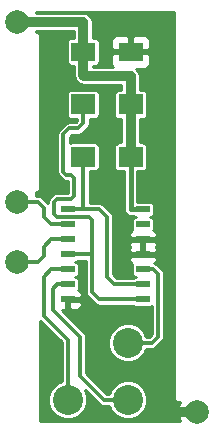
<source format=gbr>
G04 #@! TF.FileFunction,Copper,L1,Top,Signal*
%FSLAX46Y46*%
G04 Gerber Fmt 4.6, Leading zero omitted, Abs format (unit mm)*
G04 Created by KiCad (PCBNEW 4.0.0-stable) date Wed 14 Sep 2016 10:12:08 PM EDT*
%MOMM*%
G01*
G04 APERTURE LIST*
%ADD10C,0.100000*%
%ADD11R,2.000000X1.600000*%
%ADD12R,2.000000X1.700000*%
%ADD13R,1.143000X0.508000*%
%ADD14C,1.998980*%
%ADD15C,2.540000*%
%ADD16C,0.812800*%
%ADD17C,0.406400*%
%ADD18C,0.304800*%
%ADD19C,0.254000*%
G04 APERTURE END LIST*
D10*
D11*
X123730000Y-95250000D03*
X127730000Y-95250000D03*
D12*
X127730000Y-99695000D03*
X123730000Y-99695000D03*
X127730000Y-104140000D03*
X123730000Y-104140000D03*
D13*
X122428000Y-108585000D03*
X122428000Y-109855000D03*
X122428000Y-111125000D03*
X122428000Y-112395000D03*
X122428000Y-113665000D03*
X122428000Y-114935000D03*
X122428000Y-116205000D03*
X128778000Y-116205000D03*
X128778000Y-114935000D03*
X128778000Y-112395000D03*
X128778000Y-111125000D03*
X128778000Y-109855000D03*
X128778000Y-108585000D03*
X128778000Y-113665000D03*
D14*
X118110000Y-92710000D03*
X133350000Y-125730000D03*
D15*
X127508000Y-119888000D03*
X122428000Y-124714000D03*
X127508000Y-124714000D03*
D14*
X118110000Y-113030000D03*
X118110000Y-107950000D03*
D16*
X127730000Y-104140000D02*
X127730000Y-99695000D01*
X127730000Y-99695000D02*
X127730000Y-97314000D01*
X127730000Y-97314000D02*
X127698000Y-97282000D01*
X127698000Y-97282000D02*
X125857000Y-97282000D01*
X123730000Y-97250000D02*
X123730000Y-95250000D01*
X123762000Y-97282000D02*
X125857000Y-97282000D01*
X123730000Y-97250000D02*
X123762000Y-97282000D01*
X123730000Y-95250000D02*
X123730000Y-92742000D01*
X119380000Y-92710000D02*
X118110000Y-92710000D01*
X123698000Y-92710000D02*
X119380000Y-92710000D01*
X123730000Y-92742000D02*
X123698000Y-92710000D01*
D17*
X128778000Y-108585000D02*
X127762000Y-108585000D01*
X127762000Y-108585000D02*
X127730000Y-108553000D01*
X127730000Y-108553000D02*
X127730000Y-104140000D01*
X127635000Y-104775000D02*
X127730000Y-104140000D01*
D16*
X133350000Y-125730000D02*
X130810000Y-125730000D01*
X130810000Y-125730000D02*
X130683000Y-125603000D01*
D18*
X124206000Y-109220000D02*
X121539000Y-109220000D01*
X124460000Y-109474000D02*
X124206000Y-109220000D01*
X124460000Y-112395000D02*
X124460000Y-109728000D01*
X124460000Y-109728000D02*
X124460000Y-109474000D01*
X123730000Y-101314000D02*
X123730000Y-99695000D01*
X123317000Y-101727000D02*
X123730000Y-101314000D01*
X122555000Y-101727000D02*
X123317000Y-101727000D01*
X122047000Y-102235000D02*
X122555000Y-101727000D01*
X122047000Y-105410000D02*
X122047000Y-102235000D01*
X122301000Y-105664000D02*
X122047000Y-105410000D01*
X122682000Y-105664000D02*
X122301000Y-105664000D01*
X122936000Y-105918000D02*
X122682000Y-105664000D01*
X122936000Y-107442000D02*
X122936000Y-105918000D01*
X122682000Y-107696000D02*
X122936000Y-107442000D01*
X121539000Y-107696000D02*
X122682000Y-107696000D01*
X121285000Y-107950000D02*
X121539000Y-107696000D01*
X121285000Y-108966000D02*
X121285000Y-107950000D01*
X121539000Y-109220000D02*
X121285000Y-108966000D01*
X124460000Y-112395000D02*
X123825000Y-112395000D01*
X123825000Y-112395000D02*
X122428000Y-112395000D01*
X124460000Y-113030000D02*
X124460000Y-112395000D01*
X124460000Y-113030000D02*
X124460000Y-115570000D01*
X124460000Y-115570000D02*
X125095000Y-116205000D01*
X128778000Y-116205000D02*
X125095000Y-116205000D01*
X123730000Y-104140000D02*
X123730000Y-108585000D01*
X128778000Y-114935000D02*
X126365000Y-114935000D01*
X126365000Y-114935000D02*
X125730000Y-114300000D01*
X125730000Y-114300000D02*
X125730000Y-109220000D01*
X125730000Y-109220000D02*
X125095000Y-108585000D01*
X125095000Y-108585000D02*
X123730000Y-108585000D01*
X123190000Y-108585000D02*
X122428000Y-108585000D01*
X123825000Y-108585000D02*
X123190000Y-108585000D01*
X123730000Y-108585000D02*
X123825000Y-108585000D01*
X123825000Y-104775000D02*
X123730000Y-104140000D01*
X130048000Y-114046000D02*
X130048000Y-119380000D01*
X129667000Y-113665000D02*
X130048000Y-114046000D01*
X128778000Y-113665000D02*
X129667000Y-113665000D01*
X129540000Y-119888000D02*
X127508000Y-119888000D01*
X130048000Y-119380000D02*
X129540000Y-119888000D01*
X122428000Y-113665000D02*
X121031000Y-113665000D01*
X122428000Y-119634000D02*
X122428000Y-124714000D01*
X120396000Y-117602000D02*
X122428000Y-119634000D01*
X120396000Y-114300000D02*
X120396000Y-117602000D01*
X121031000Y-113665000D02*
X120396000Y-114300000D01*
X123444000Y-121920000D02*
X123444000Y-122682000D01*
X123444000Y-119380000D02*
X121412000Y-117348000D01*
X122428000Y-114935000D02*
X121539000Y-114935000D01*
X123444000Y-119634000D02*
X123444000Y-121920000D01*
X121158000Y-117094000D02*
X121412000Y-117348000D01*
X121158000Y-115316000D02*
X121158000Y-117094000D01*
X121539000Y-114935000D02*
X121158000Y-115316000D01*
X123444000Y-119634000D02*
X123444000Y-119380000D01*
X125476000Y-124714000D02*
X127508000Y-124714000D01*
X123444000Y-122682000D02*
X125476000Y-124714000D01*
X121285000Y-111125000D02*
X121031000Y-111125000D01*
X122428000Y-111125000D02*
X121285000Y-111125000D01*
X119888000Y-113030000D02*
X118110000Y-113030000D01*
X120396000Y-112522000D02*
X119888000Y-113030000D01*
X120396000Y-111760000D02*
X120396000Y-112522000D01*
X121031000Y-111125000D02*
X120396000Y-111760000D01*
X122428000Y-109855000D02*
X121031000Y-109855000D01*
X119888000Y-107950000D02*
X118110000Y-107950000D01*
X120396000Y-108458000D02*
X119888000Y-107950000D01*
X120396000Y-109220000D02*
X120396000Y-108458000D01*
X121031000Y-109855000D02*
X120396000Y-109220000D01*
D19*
G36*
X131370000Y-124460000D02*
X131404711Y-124634504D01*
X131503559Y-124782441D01*
X131651496Y-124881289D01*
X131826000Y-124916000D01*
X131908761Y-124916000D01*
X131704599Y-125465582D01*
X131728659Y-126115377D01*
X131906200Y-126544000D01*
X120090000Y-126544000D01*
X120090000Y-118050342D01*
X121894600Y-119854942D01*
X121894600Y-123148012D01*
X121494005Y-123313534D01*
X121029166Y-123777563D01*
X120777287Y-124384155D01*
X120776714Y-125040963D01*
X121027534Y-125647995D01*
X121491563Y-126112834D01*
X122098155Y-126364713D01*
X122754963Y-126365286D01*
X123361995Y-126114466D01*
X123826834Y-125650437D01*
X124078713Y-125043845D01*
X124079286Y-124387037D01*
X123857197Y-123849539D01*
X125098829Y-125091171D01*
X125271877Y-125206797D01*
X125476000Y-125247400D01*
X125942012Y-125247400D01*
X126107534Y-125647995D01*
X126571563Y-126112834D01*
X127178155Y-126364713D01*
X127834963Y-126365286D01*
X128441995Y-126114466D01*
X128906834Y-125650437D01*
X129158713Y-125043845D01*
X129159286Y-124387037D01*
X128908466Y-123780005D01*
X128444437Y-123315166D01*
X127837845Y-123063287D01*
X127181037Y-123062714D01*
X126574005Y-123313534D01*
X126109166Y-123777563D01*
X125941810Y-124180600D01*
X125696942Y-124180600D01*
X123977400Y-122461058D01*
X123977400Y-119380000D01*
X123936797Y-119175877D01*
X123821171Y-119002829D01*
X121912342Y-117094000D01*
X122142250Y-117094000D01*
X122301000Y-116935250D01*
X122301000Y-116332000D01*
X122555000Y-116332000D01*
X122555000Y-116935250D01*
X122713750Y-117094000D01*
X123125810Y-117094000D01*
X123359199Y-116997327D01*
X123537827Y-116818698D01*
X123634500Y-116585309D01*
X123634500Y-116490750D01*
X123475750Y-116332000D01*
X122555000Y-116332000D01*
X122301000Y-116332000D01*
X122281000Y-116332000D01*
X122281000Y-116078000D01*
X122301000Y-116078000D01*
X122301000Y-116058000D01*
X122555000Y-116058000D01*
X122555000Y-116078000D01*
X123475750Y-116078000D01*
X123634500Y-115919250D01*
X123634500Y-115824691D01*
X123537827Y-115591302D01*
X123359199Y-115412673D01*
X123319134Y-115396078D01*
X123357359Y-115340134D01*
X123387964Y-115189000D01*
X123387964Y-114681000D01*
X123361397Y-114539810D01*
X123277954Y-114410135D01*
X123150634Y-114323141D01*
X123037712Y-114300274D01*
X123140690Y-114280897D01*
X123270365Y-114197454D01*
X123357359Y-114070134D01*
X123387964Y-113919000D01*
X123387964Y-113411000D01*
X123361397Y-113269810D01*
X123277954Y-113140135D01*
X123150634Y-113053141D01*
X123037712Y-113030274D01*
X123140690Y-113010897D01*
X123268895Y-112928400D01*
X123926600Y-112928400D01*
X123926600Y-115570000D01*
X123967203Y-115774123D01*
X124082829Y-115947171D01*
X124717827Y-116582168D01*
X124717829Y-116582171D01*
X124890877Y-116697797D01*
X125095000Y-116738401D01*
X125095005Y-116738400D01*
X127940537Y-116738400D01*
X128055366Y-116816859D01*
X128206500Y-116847464D01*
X129349500Y-116847464D01*
X129490690Y-116820897D01*
X129514600Y-116805511D01*
X129514600Y-119159059D01*
X129319058Y-119354600D01*
X129073988Y-119354600D01*
X128908466Y-118954005D01*
X128444437Y-118489166D01*
X127837845Y-118237287D01*
X127181037Y-118236714D01*
X126574005Y-118487534D01*
X126109166Y-118951563D01*
X125857287Y-119558155D01*
X125856714Y-120214963D01*
X126107534Y-120821995D01*
X126571563Y-121286834D01*
X127178155Y-121538713D01*
X127834963Y-121539286D01*
X128441995Y-121288466D01*
X128906834Y-120824437D01*
X129074190Y-120421400D01*
X129540000Y-120421400D01*
X129744123Y-120380797D01*
X129917171Y-120265171D01*
X130425168Y-119757173D01*
X130425171Y-119757171D01*
X130507471Y-119634000D01*
X130540797Y-119584124D01*
X130581400Y-119380000D01*
X130581400Y-114046000D01*
X130540797Y-113841877D01*
X130540797Y-113841876D01*
X130490499Y-113766600D01*
X130425171Y-113668829D01*
X130425168Y-113668827D01*
X130044171Y-113287829D01*
X129871123Y-113172203D01*
X129748679Y-113147847D01*
X129887827Y-113008698D01*
X129984500Y-112775309D01*
X129984500Y-112680750D01*
X129825750Y-112522000D01*
X128905000Y-112522000D01*
X128905000Y-112542000D01*
X128651000Y-112542000D01*
X128651000Y-112522000D01*
X127730250Y-112522000D01*
X127571500Y-112680750D01*
X127571500Y-112775309D01*
X127668173Y-113008698D01*
X127846801Y-113187327D01*
X127886866Y-113203922D01*
X127848641Y-113259866D01*
X127818036Y-113411000D01*
X127818036Y-113919000D01*
X127844603Y-114060190D01*
X127928046Y-114189865D01*
X128055366Y-114276859D01*
X128168288Y-114299726D01*
X128065310Y-114319103D01*
X127937105Y-114401600D01*
X126585941Y-114401600D01*
X126263400Y-114079058D01*
X126263400Y-111410750D01*
X127571500Y-111410750D01*
X127571500Y-111505309D01*
X127668173Y-111738698D01*
X127689475Y-111760000D01*
X127668173Y-111781302D01*
X127571500Y-112014691D01*
X127571500Y-112109250D01*
X127730250Y-112268000D01*
X128651000Y-112268000D01*
X128651000Y-111252000D01*
X128905000Y-111252000D01*
X128905000Y-112268000D01*
X129825750Y-112268000D01*
X129984500Y-112109250D01*
X129984500Y-112014691D01*
X129887827Y-111781302D01*
X129866525Y-111760000D01*
X129887827Y-111738698D01*
X129984500Y-111505309D01*
X129984500Y-111410750D01*
X129825750Y-111252000D01*
X128905000Y-111252000D01*
X128651000Y-111252000D01*
X127730250Y-111252000D01*
X127571500Y-111410750D01*
X126263400Y-111410750D01*
X126263400Y-109220005D01*
X126263401Y-109220000D01*
X126222797Y-109015877D01*
X126222796Y-109015876D01*
X126107171Y-108842829D01*
X126107168Y-108842827D01*
X125472171Y-108207829D01*
X125299123Y-108092203D01*
X125095000Y-108051600D01*
X124263400Y-108051600D01*
X124263400Y-105378464D01*
X124730000Y-105378464D01*
X124871190Y-105351897D01*
X125000865Y-105268454D01*
X125087859Y-105141134D01*
X125118464Y-104990000D01*
X125118464Y-103290000D01*
X125091897Y-103148810D01*
X125008454Y-103019135D01*
X124881134Y-102932141D01*
X124730000Y-102901536D01*
X122730000Y-102901536D01*
X122588810Y-102928103D01*
X122580400Y-102933515D01*
X122580400Y-102455942D01*
X122775941Y-102260400D01*
X123317000Y-102260400D01*
X123521123Y-102219797D01*
X123694171Y-102104171D01*
X124107171Y-101691171D01*
X124222797Y-101518123D01*
X124263400Y-101314000D01*
X124263400Y-100933464D01*
X124730000Y-100933464D01*
X124871190Y-100906897D01*
X125000865Y-100823454D01*
X125087859Y-100696134D01*
X125118464Y-100545000D01*
X125118464Y-98845000D01*
X125091897Y-98703810D01*
X125008454Y-98574135D01*
X124881134Y-98487141D01*
X124730000Y-98456536D01*
X122730000Y-98456536D01*
X122588810Y-98483103D01*
X122459135Y-98566546D01*
X122372141Y-98693866D01*
X122341536Y-98845000D01*
X122341536Y-100545000D01*
X122368103Y-100686190D01*
X122451546Y-100815865D01*
X122578866Y-100902859D01*
X122730000Y-100933464D01*
X123196600Y-100933464D01*
X123196600Y-101093058D01*
X123096058Y-101193600D01*
X122555000Y-101193600D01*
X122350876Y-101234203D01*
X122281563Y-101280516D01*
X122177829Y-101349829D01*
X122177827Y-101349832D01*
X121669829Y-101857829D01*
X121554203Y-102030877D01*
X121513600Y-102235000D01*
X121513600Y-105410000D01*
X121554203Y-105614123D01*
X121669829Y-105787171D01*
X121923829Y-106041171D01*
X122096876Y-106156797D01*
X122301000Y-106197400D01*
X122402600Y-106197400D01*
X122402600Y-107162600D01*
X121539000Y-107162600D01*
X121334876Y-107203203D01*
X121161829Y-107318829D01*
X120907829Y-107572829D01*
X120792203Y-107745877D01*
X120751600Y-107950000D01*
X120751600Y-108059259D01*
X120265171Y-107572829D01*
X120092123Y-107457203D01*
X119888000Y-107416600D01*
X119761000Y-107416600D01*
X119761000Y-107110738D01*
X119808504Y-107101289D01*
X119956441Y-107002441D01*
X120055289Y-106854504D01*
X120090000Y-106680000D01*
X120090000Y-93980000D01*
X120055289Y-93805496D01*
X119956441Y-93657559D01*
X119808504Y-93558711D01*
X119761000Y-93549262D01*
X119761000Y-93497400D01*
X122942600Y-93497400D01*
X122942600Y-94061536D01*
X122730000Y-94061536D01*
X122588810Y-94088103D01*
X122459135Y-94171546D01*
X122372141Y-94298866D01*
X122341536Y-94450000D01*
X122341536Y-96050000D01*
X122368103Y-96191190D01*
X122451546Y-96320865D01*
X122578866Y-96407859D01*
X122730000Y-96438464D01*
X122942600Y-96438464D01*
X122942600Y-97250000D01*
X123002537Y-97551325D01*
X123173224Y-97806776D01*
X123205224Y-97838776D01*
X123460675Y-98009463D01*
X123762000Y-98069400D01*
X126942600Y-98069400D01*
X126942600Y-98456536D01*
X126730000Y-98456536D01*
X126588810Y-98483103D01*
X126459135Y-98566546D01*
X126372141Y-98693866D01*
X126341536Y-98845000D01*
X126341536Y-100545000D01*
X126368103Y-100686190D01*
X126451546Y-100815865D01*
X126578866Y-100902859D01*
X126730000Y-100933464D01*
X126942600Y-100933464D01*
X126942600Y-102901536D01*
X126730000Y-102901536D01*
X126588810Y-102928103D01*
X126459135Y-103011546D01*
X126372141Y-103138866D01*
X126341536Y-103290000D01*
X126341536Y-104990000D01*
X126368103Y-105131190D01*
X126451546Y-105260865D01*
X126578866Y-105347859D01*
X126730000Y-105378464D01*
X127145800Y-105378464D01*
X127145800Y-108553000D01*
X127190270Y-108776564D01*
X127271116Y-108897559D01*
X127316908Y-108966092D01*
X127348908Y-108998092D01*
X127538436Y-109124730D01*
X127762000Y-109169200D01*
X128014886Y-109169200D01*
X128055366Y-109196859D01*
X128168288Y-109219726D01*
X128065310Y-109239103D01*
X127935635Y-109322546D01*
X127848641Y-109449866D01*
X127818036Y-109601000D01*
X127818036Y-110109000D01*
X127844603Y-110250190D01*
X127886972Y-110316034D01*
X127846801Y-110332673D01*
X127668173Y-110511302D01*
X127571500Y-110744691D01*
X127571500Y-110839250D01*
X127730250Y-110998000D01*
X128651000Y-110998000D01*
X128651000Y-110978000D01*
X128905000Y-110978000D01*
X128905000Y-110998000D01*
X129825750Y-110998000D01*
X129984500Y-110839250D01*
X129984500Y-110744691D01*
X129887827Y-110511302D01*
X129709199Y-110332673D01*
X129669134Y-110316078D01*
X129707359Y-110260134D01*
X129737964Y-110109000D01*
X129737964Y-109601000D01*
X129711397Y-109459810D01*
X129627954Y-109330135D01*
X129500634Y-109243141D01*
X129387712Y-109220274D01*
X129490690Y-109200897D01*
X129620365Y-109117454D01*
X129707359Y-108990134D01*
X129737964Y-108839000D01*
X129737964Y-108331000D01*
X129711397Y-108189810D01*
X129627954Y-108060135D01*
X129500634Y-107973141D01*
X129349500Y-107942536D01*
X128314200Y-107942536D01*
X128314200Y-105378464D01*
X128730000Y-105378464D01*
X128871190Y-105351897D01*
X129000865Y-105268454D01*
X129087859Y-105141134D01*
X129118464Y-104990000D01*
X129118464Y-103290000D01*
X129091897Y-103148810D01*
X129008454Y-103019135D01*
X128881134Y-102932141D01*
X128730000Y-102901536D01*
X128517400Y-102901536D01*
X128517400Y-100933464D01*
X128730000Y-100933464D01*
X128871190Y-100906897D01*
X129000865Y-100823454D01*
X129087859Y-100696134D01*
X129118464Y-100545000D01*
X129118464Y-98845000D01*
X129091897Y-98703810D01*
X129008454Y-98574135D01*
X128881134Y-98487141D01*
X128730000Y-98456536D01*
X128517400Y-98456536D01*
X128517400Y-97314000D01*
X128457463Y-97012675D01*
X128286776Y-96757224D01*
X128254776Y-96725224D01*
X128194577Y-96685000D01*
X128856309Y-96685000D01*
X129089698Y-96588327D01*
X129268327Y-96409699D01*
X129365000Y-96176310D01*
X129365000Y-95535750D01*
X129206250Y-95377000D01*
X127857000Y-95377000D01*
X127857000Y-95397000D01*
X127603000Y-95397000D01*
X127603000Y-95377000D01*
X126253750Y-95377000D01*
X126095000Y-95535750D01*
X126095000Y-96176310D01*
X126191673Y-96409699D01*
X126276574Y-96494600D01*
X124517400Y-96494600D01*
X124517400Y-96438464D01*
X124730000Y-96438464D01*
X124871190Y-96411897D01*
X125000865Y-96328454D01*
X125087859Y-96201134D01*
X125118464Y-96050000D01*
X125118464Y-94450000D01*
X125094697Y-94323690D01*
X126095000Y-94323690D01*
X126095000Y-94964250D01*
X126253750Y-95123000D01*
X127603000Y-95123000D01*
X127603000Y-93973750D01*
X127857000Y-93973750D01*
X127857000Y-95123000D01*
X129206250Y-95123000D01*
X129365000Y-94964250D01*
X129365000Y-94323690D01*
X129268327Y-94090301D01*
X129089698Y-93911673D01*
X128856309Y-93815000D01*
X128015750Y-93815000D01*
X127857000Y-93973750D01*
X127603000Y-93973750D01*
X127444250Y-93815000D01*
X126603691Y-93815000D01*
X126370302Y-93911673D01*
X126191673Y-94090301D01*
X126095000Y-94323690D01*
X125094697Y-94323690D01*
X125091897Y-94308810D01*
X125008454Y-94179135D01*
X124881134Y-94092141D01*
X124730000Y-94061536D01*
X124517400Y-94061536D01*
X124517400Y-92742000D01*
X124457463Y-92440675D01*
X124286776Y-92185224D01*
X124254776Y-92153224D01*
X123999325Y-91982537D01*
X123698000Y-91922600D01*
X119761000Y-91922600D01*
X119761000Y-91896000D01*
X131370000Y-91896000D01*
X131370000Y-124460000D01*
X131370000Y-124460000D01*
G37*
X131370000Y-124460000D02*
X131404711Y-124634504D01*
X131503559Y-124782441D01*
X131651496Y-124881289D01*
X131826000Y-124916000D01*
X131908761Y-124916000D01*
X131704599Y-125465582D01*
X131728659Y-126115377D01*
X131906200Y-126544000D01*
X120090000Y-126544000D01*
X120090000Y-118050342D01*
X121894600Y-119854942D01*
X121894600Y-123148012D01*
X121494005Y-123313534D01*
X121029166Y-123777563D01*
X120777287Y-124384155D01*
X120776714Y-125040963D01*
X121027534Y-125647995D01*
X121491563Y-126112834D01*
X122098155Y-126364713D01*
X122754963Y-126365286D01*
X123361995Y-126114466D01*
X123826834Y-125650437D01*
X124078713Y-125043845D01*
X124079286Y-124387037D01*
X123857197Y-123849539D01*
X125098829Y-125091171D01*
X125271877Y-125206797D01*
X125476000Y-125247400D01*
X125942012Y-125247400D01*
X126107534Y-125647995D01*
X126571563Y-126112834D01*
X127178155Y-126364713D01*
X127834963Y-126365286D01*
X128441995Y-126114466D01*
X128906834Y-125650437D01*
X129158713Y-125043845D01*
X129159286Y-124387037D01*
X128908466Y-123780005D01*
X128444437Y-123315166D01*
X127837845Y-123063287D01*
X127181037Y-123062714D01*
X126574005Y-123313534D01*
X126109166Y-123777563D01*
X125941810Y-124180600D01*
X125696942Y-124180600D01*
X123977400Y-122461058D01*
X123977400Y-119380000D01*
X123936797Y-119175877D01*
X123821171Y-119002829D01*
X121912342Y-117094000D01*
X122142250Y-117094000D01*
X122301000Y-116935250D01*
X122301000Y-116332000D01*
X122555000Y-116332000D01*
X122555000Y-116935250D01*
X122713750Y-117094000D01*
X123125810Y-117094000D01*
X123359199Y-116997327D01*
X123537827Y-116818698D01*
X123634500Y-116585309D01*
X123634500Y-116490750D01*
X123475750Y-116332000D01*
X122555000Y-116332000D01*
X122301000Y-116332000D01*
X122281000Y-116332000D01*
X122281000Y-116078000D01*
X122301000Y-116078000D01*
X122301000Y-116058000D01*
X122555000Y-116058000D01*
X122555000Y-116078000D01*
X123475750Y-116078000D01*
X123634500Y-115919250D01*
X123634500Y-115824691D01*
X123537827Y-115591302D01*
X123359199Y-115412673D01*
X123319134Y-115396078D01*
X123357359Y-115340134D01*
X123387964Y-115189000D01*
X123387964Y-114681000D01*
X123361397Y-114539810D01*
X123277954Y-114410135D01*
X123150634Y-114323141D01*
X123037712Y-114300274D01*
X123140690Y-114280897D01*
X123270365Y-114197454D01*
X123357359Y-114070134D01*
X123387964Y-113919000D01*
X123387964Y-113411000D01*
X123361397Y-113269810D01*
X123277954Y-113140135D01*
X123150634Y-113053141D01*
X123037712Y-113030274D01*
X123140690Y-113010897D01*
X123268895Y-112928400D01*
X123926600Y-112928400D01*
X123926600Y-115570000D01*
X123967203Y-115774123D01*
X124082829Y-115947171D01*
X124717827Y-116582168D01*
X124717829Y-116582171D01*
X124890877Y-116697797D01*
X125095000Y-116738401D01*
X125095005Y-116738400D01*
X127940537Y-116738400D01*
X128055366Y-116816859D01*
X128206500Y-116847464D01*
X129349500Y-116847464D01*
X129490690Y-116820897D01*
X129514600Y-116805511D01*
X129514600Y-119159059D01*
X129319058Y-119354600D01*
X129073988Y-119354600D01*
X128908466Y-118954005D01*
X128444437Y-118489166D01*
X127837845Y-118237287D01*
X127181037Y-118236714D01*
X126574005Y-118487534D01*
X126109166Y-118951563D01*
X125857287Y-119558155D01*
X125856714Y-120214963D01*
X126107534Y-120821995D01*
X126571563Y-121286834D01*
X127178155Y-121538713D01*
X127834963Y-121539286D01*
X128441995Y-121288466D01*
X128906834Y-120824437D01*
X129074190Y-120421400D01*
X129540000Y-120421400D01*
X129744123Y-120380797D01*
X129917171Y-120265171D01*
X130425168Y-119757173D01*
X130425171Y-119757171D01*
X130507471Y-119634000D01*
X130540797Y-119584124D01*
X130581400Y-119380000D01*
X130581400Y-114046000D01*
X130540797Y-113841877D01*
X130540797Y-113841876D01*
X130490499Y-113766600D01*
X130425171Y-113668829D01*
X130425168Y-113668827D01*
X130044171Y-113287829D01*
X129871123Y-113172203D01*
X129748679Y-113147847D01*
X129887827Y-113008698D01*
X129984500Y-112775309D01*
X129984500Y-112680750D01*
X129825750Y-112522000D01*
X128905000Y-112522000D01*
X128905000Y-112542000D01*
X128651000Y-112542000D01*
X128651000Y-112522000D01*
X127730250Y-112522000D01*
X127571500Y-112680750D01*
X127571500Y-112775309D01*
X127668173Y-113008698D01*
X127846801Y-113187327D01*
X127886866Y-113203922D01*
X127848641Y-113259866D01*
X127818036Y-113411000D01*
X127818036Y-113919000D01*
X127844603Y-114060190D01*
X127928046Y-114189865D01*
X128055366Y-114276859D01*
X128168288Y-114299726D01*
X128065310Y-114319103D01*
X127937105Y-114401600D01*
X126585941Y-114401600D01*
X126263400Y-114079058D01*
X126263400Y-111410750D01*
X127571500Y-111410750D01*
X127571500Y-111505309D01*
X127668173Y-111738698D01*
X127689475Y-111760000D01*
X127668173Y-111781302D01*
X127571500Y-112014691D01*
X127571500Y-112109250D01*
X127730250Y-112268000D01*
X128651000Y-112268000D01*
X128651000Y-111252000D01*
X128905000Y-111252000D01*
X128905000Y-112268000D01*
X129825750Y-112268000D01*
X129984500Y-112109250D01*
X129984500Y-112014691D01*
X129887827Y-111781302D01*
X129866525Y-111760000D01*
X129887827Y-111738698D01*
X129984500Y-111505309D01*
X129984500Y-111410750D01*
X129825750Y-111252000D01*
X128905000Y-111252000D01*
X128651000Y-111252000D01*
X127730250Y-111252000D01*
X127571500Y-111410750D01*
X126263400Y-111410750D01*
X126263400Y-109220005D01*
X126263401Y-109220000D01*
X126222797Y-109015877D01*
X126222796Y-109015876D01*
X126107171Y-108842829D01*
X126107168Y-108842827D01*
X125472171Y-108207829D01*
X125299123Y-108092203D01*
X125095000Y-108051600D01*
X124263400Y-108051600D01*
X124263400Y-105378464D01*
X124730000Y-105378464D01*
X124871190Y-105351897D01*
X125000865Y-105268454D01*
X125087859Y-105141134D01*
X125118464Y-104990000D01*
X125118464Y-103290000D01*
X125091897Y-103148810D01*
X125008454Y-103019135D01*
X124881134Y-102932141D01*
X124730000Y-102901536D01*
X122730000Y-102901536D01*
X122588810Y-102928103D01*
X122580400Y-102933515D01*
X122580400Y-102455942D01*
X122775941Y-102260400D01*
X123317000Y-102260400D01*
X123521123Y-102219797D01*
X123694171Y-102104171D01*
X124107171Y-101691171D01*
X124222797Y-101518123D01*
X124263400Y-101314000D01*
X124263400Y-100933464D01*
X124730000Y-100933464D01*
X124871190Y-100906897D01*
X125000865Y-100823454D01*
X125087859Y-100696134D01*
X125118464Y-100545000D01*
X125118464Y-98845000D01*
X125091897Y-98703810D01*
X125008454Y-98574135D01*
X124881134Y-98487141D01*
X124730000Y-98456536D01*
X122730000Y-98456536D01*
X122588810Y-98483103D01*
X122459135Y-98566546D01*
X122372141Y-98693866D01*
X122341536Y-98845000D01*
X122341536Y-100545000D01*
X122368103Y-100686190D01*
X122451546Y-100815865D01*
X122578866Y-100902859D01*
X122730000Y-100933464D01*
X123196600Y-100933464D01*
X123196600Y-101093058D01*
X123096058Y-101193600D01*
X122555000Y-101193600D01*
X122350876Y-101234203D01*
X122281563Y-101280516D01*
X122177829Y-101349829D01*
X122177827Y-101349832D01*
X121669829Y-101857829D01*
X121554203Y-102030877D01*
X121513600Y-102235000D01*
X121513600Y-105410000D01*
X121554203Y-105614123D01*
X121669829Y-105787171D01*
X121923829Y-106041171D01*
X122096876Y-106156797D01*
X122301000Y-106197400D01*
X122402600Y-106197400D01*
X122402600Y-107162600D01*
X121539000Y-107162600D01*
X121334876Y-107203203D01*
X121161829Y-107318829D01*
X120907829Y-107572829D01*
X120792203Y-107745877D01*
X120751600Y-107950000D01*
X120751600Y-108059259D01*
X120265171Y-107572829D01*
X120092123Y-107457203D01*
X119888000Y-107416600D01*
X119761000Y-107416600D01*
X119761000Y-107110738D01*
X119808504Y-107101289D01*
X119956441Y-107002441D01*
X120055289Y-106854504D01*
X120090000Y-106680000D01*
X120090000Y-93980000D01*
X120055289Y-93805496D01*
X119956441Y-93657559D01*
X119808504Y-93558711D01*
X119761000Y-93549262D01*
X119761000Y-93497400D01*
X122942600Y-93497400D01*
X122942600Y-94061536D01*
X122730000Y-94061536D01*
X122588810Y-94088103D01*
X122459135Y-94171546D01*
X122372141Y-94298866D01*
X122341536Y-94450000D01*
X122341536Y-96050000D01*
X122368103Y-96191190D01*
X122451546Y-96320865D01*
X122578866Y-96407859D01*
X122730000Y-96438464D01*
X122942600Y-96438464D01*
X122942600Y-97250000D01*
X123002537Y-97551325D01*
X123173224Y-97806776D01*
X123205224Y-97838776D01*
X123460675Y-98009463D01*
X123762000Y-98069400D01*
X126942600Y-98069400D01*
X126942600Y-98456536D01*
X126730000Y-98456536D01*
X126588810Y-98483103D01*
X126459135Y-98566546D01*
X126372141Y-98693866D01*
X126341536Y-98845000D01*
X126341536Y-100545000D01*
X126368103Y-100686190D01*
X126451546Y-100815865D01*
X126578866Y-100902859D01*
X126730000Y-100933464D01*
X126942600Y-100933464D01*
X126942600Y-102901536D01*
X126730000Y-102901536D01*
X126588810Y-102928103D01*
X126459135Y-103011546D01*
X126372141Y-103138866D01*
X126341536Y-103290000D01*
X126341536Y-104990000D01*
X126368103Y-105131190D01*
X126451546Y-105260865D01*
X126578866Y-105347859D01*
X126730000Y-105378464D01*
X127145800Y-105378464D01*
X127145800Y-108553000D01*
X127190270Y-108776564D01*
X127271116Y-108897559D01*
X127316908Y-108966092D01*
X127348908Y-108998092D01*
X127538436Y-109124730D01*
X127762000Y-109169200D01*
X128014886Y-109169200D01*
X128055366Y-109196859D01*
X128168288Y-109219726D01*
X128065310Y-109239103D01*
X127935635Y-109322546D01*
X127848641Y-109449866D01*
X127818036Y-109601000D01*
X127818036Y-110109000D01*
X127844603Y-110250190D01*
X127886972Y-110316034D01*
X127846801Y-110332673D01*
X127668173Y-110511302D01*
X127571500Y-110744691D01*
X127571500Y-110839250D01*
X127730250Y-110998000D01*
X128651000Y-110998000D01*
X128651000Y-110978000D01*
X128905000Y-110978000D01*
X128905000Y-110998000D01*
X129825750Y-110998000D01*
X129984500Y-110839250D01*
X129984500Y-110744691D01*
X129887827Y-110511302D01*
X129709199Y-110332673D01*
X129669134Y-110316078D01*
X129707359Y-110260134D01*
X129737964Y-110109000D01*
X129737964Y-109601000D01*
X129711397Y-109459810D01*
X129627954Y-109330135D01*
X129500634Y-109243141D01*
X129387712Y-109220274D01*
X129490690Y-109200897D01*
X129620365Y-109117454D01*
X129707359Y-108990134D01*
X129737964Y-108839000D01*
X129737964Y-108331000D01*
X129711397Y-108189810D01*
X129627954Y-108060135D01*
X129500634Y-107973141D01*
X129349500Y-107942536D01*
X128314200Y-107942536D01*
X128314200Y-105378464D01*
X128730000Y-105378464D01*
X128871190Y-105351897D01*
X129000865Y-105268454D01*
X129087859Y-105141134D01*
X129118464Y-104990000D01*
X129118464Y-103290000D01*
X129091897Y-103148810D01*
X129008454Y-103019135D01*
X128881134Y-102932141D01*
X128730000Y-102901536D01*
X128517400Y-102901536D01*
X128517400Y-100933464D01*
X128730000Y-100933464D01*
X128871190Y-100906897D01*
X129000865Y-100823454D01*
X129087859Y-100696134D01*
X129118464Y-100545000D01*
X129118464Y-98845000D01*
X129091897Y-98703810D01*
X129008454Y-98574135D01*
X128881134Y-98487141D01*
X128730000Y-98456536D01*
X128517400Y-98456536D01*
X128517400Y-97314000D01*
X128457463Y-97012675D01*
X128286776Y-96757224D01*
X128254776Y-96725224D01*
X128194577Y-96685000D01*
X128856309Y-96685000D01*
X129089698Y-96588327D01*
X129268327Y-96409699D01*
X129365000Y-96176310D01*
X129365000Y-95535750D01*
X129206250Y-95377000D01*
X127857000Y-95377000D01*
X127857000Y-95397000D01*
X127603000Y-95397000D01*
X127603000Y-95377000D01*
X126253750Y-95377000D01*
X126095000Y-95535750D01*
X126095000Y-96176310D01*
X126191673Y-96409699D01*
X126276574Y-96494600D01*
X124517400Y-96494600D01*
X124517400Y-96438464D01*
X124730000Y-96438464D01*
X124871190Y-96411897D01*
X125000865Y-96328454D01*
X125087859Y-96201134D01*
X125118464Y-96050000D01*
X125118464Y-94450000D01*
X125094697Y-94323690D01*
X126095000Y-94323690D01*
X126095000Y-94964250D01*
X126253750Y-95123000D01*
X127603000Y-95123000D01*
X127603000Y-93973750D01*
X127857000Y-93973750D01*
X127857000Y-95123000D01*
X129206250Y-95123000D01*
X129365000Y-94964250D01*
X129365000Y-94323690D01*
X129268327Y-94090301D01*
X129089698Y-93911673D01*
X128856309Y-93815000D01*
X128015750Y-93815000D01*
X127857000Y-93973750D01*
X127603000Y-93973750D01*
X127444250Y-93815000D01*
X126603691Y-93815000D01*
X126370302Y-93911673D01*
X126191673Y-94090301D01*
X126095000Y-94323690D01*
X125094697Y-94323690D01*
X125091897Y-94308810D01*
X125008454Y-94179135D01*
X124881134Y-94092141D01*
X124730000Y-94061536D01*
X124517400Y-94061536D01*
X124517400Y-92742000D01*
X124457463Y-92440675D01*
X124286776Y-92185224D01*
X124254776Y-92153224D01*
X123999325Y-91982537D01*
X123698000Y-91922600D01*
X119761000Y-91922600D01*
X119761000Y-91896000D01*
X131370000Y-91896000D01*
X131370000Y-124460000D01*
G36*
X133543748Y-125715858D02*
X133529605Y-125730000D01*
X133543748Y-125744142D01*
X133364142Y-125923748D01*
X133350000Y-125909605D01*
X133335858Y-125923748D01*
X133156252Y-125744142D01*
X133170395Y-125730000D01*
X133156252Y-125715858D01*
X133335858Y-125536252D01*
X133350000Y-125550395D01*
X133364142Y-125536252D01*
X133543748Y-125715858D01*
X133543748Y-125715858D01*
G37*
X133543748Y-125715858D02*
X133529605Y-125730000D01*
X133543748Y-125744142D01*
X133364142Y-125923748D01*
X133350000Y-125909605D01*
X133335858Y-125923748D01*
X133156252Y-125744142D01*
X133170395Y-125730000D01*
X133156252Y-125715858D01*
X133335858Y-125536252D01*
X133350000Y-125550395D01*
X133364142Y-125536252D01*
X133543748Y-125715858D01*
M02*

</source>
